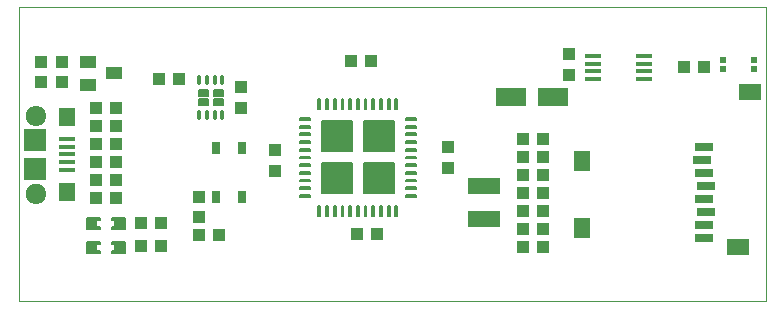
<source format=gtp>
G75*
%MOIN*%
%OFA0B0*%
%FSLAX25Y25*%
%IPPOS*%
%LPD*%
%AMOC8*
5,1,8,0,0,1.08239X$1,22.5*
%
%ADD10C,0.00100*%
%ADD11C,0.01600*%
%ADD12R,0.04331X0.03937*%
%ADD13R,0.03937X0.04331*%
%ADD14R,0.05512X0.03937*%
%ADD15C,0.00500*%
%ADD16R,0.05906X0.03150*%
%ADD17R,0.07480X0.05512*%
%ADD18R,0.05512X0.07087*%
%ADD19R,0.02559X0.04134*%
%ADD20R,0.09843X0.06299*%
%ADD21R,0.05315X0.01575*%
%ADD22C,0.01378*%
%ADD23C,0.00650*%
%ADD24R,0.05512X0.06299*%
%ADD25R,0.07480X0.07480*%
%ADD26C,0.03543*%
%ADD27C,0.00039*%
%ADD28R,0.02165X0.02165*%
%ADD29R,0.10630X0.05315*%
D10*
X0009000Y0020119D02*
X0009000Y0118119D01*
X0258000Y0118119D01*
X0258000Y0020119D01*
X0009000Y0020119D01*
D11*
X0014012Y0053667D02*
X0014500Y0053619D01*
X0014988Y0053667D01*
X0015457Y0053809D01*
X0015889Y0054040D01*
X0016268Y0054351D01*
X0016579Y0054730D01*
X0016810Y0055162D01*
X0016952Y0055631D01*
X0017000Y0056119D01*
X0016952Y0056606D01*
X0016810Y0057075D01*
X0016579Y0057508D01*
X0016268Y0057886D01*
X0015889Y0058197D01*
X0015457Y0058428D01*
X0014988Y0058571D01*
X0014500Y0058619D01*
X0014012Y0058571D01*
X0013543Y0058428D01*
X0013111Y0058197D01*
X0012732Y0057886D01*
X0012421Y0057508D01*
X0012190Y0057075D01*
X0012048Y0056606D01*
X0012000Y0056119D01*
X0012048Y0055631D01*
X0012190Y0055162D01*
X0012421Y0054730D01*
X0012732Y0054351D01*
X0013111Y0054040D01*
X0013543Y0053809D01*
X0014012Y0053667D01*
X0013944Y0053687D02*
X0015056Y0053687D01*
X0016847Y0055286D02*
X0012153Y0055286D01*
X0012132Y0056884D02*
X0016868Y0056884D01*
X0015277Y0058483D02*
X0013723Y0058483D01*
X0014500Y0079619D02*
X0014012Y0079667D01*
X0013543Y0079809D01*
X0013111Y0080040D01*
X0012732Y0080351D01*
X0012421Y0080730D01*
X0012190Y0081162D01*
X0012048Y0081631D01*
X0012000Y0082119D01*
X0012048Y0082606D01*
X0012190Y0083075D01*
X0012421Y0083508D01*
X0012732Y0083886D01*
X0013111Y0084197D01*
X0013543Y0084428D01*
X0014012Y0084571D01*
X0014500Y0084619D01*
X0014988Y0084571D01*
X0015457Y0084428D01*
X0015889Y0084197D01*
X0016268Y0083886D01*
X0016579Y0083508D01*
X0016810Y0083075D01*
X0016952Y0082606D01*
X0017000Y0082119D01*
X0016952Y0081631D01*
X0016810Y0081162D01*
X0016579Y0080730D01*
X0016268Y0080351D01*
X0015889Y0080040D01*
X0015457Y0079809D01*
X0014988Y0079667D01*
X0014500Y0079619D01*
X0012351Y0080862D02*
X0016649Y0080862D01*
X0016966Y0082461D02*
X0012034Y0082461D01*
X0012943Y0084059D02*
X0016057Y0084059D01*
D12*
X0034654Y0084619D03*
X0041346Y0084619D03*
X0041346Y0078619D03*
X0034654Y0078619D03*
X0034654Y0072619D03*
X0041346Y0072619D03*
X0041346Y0066619D03*
X0034654Y0066619D03*
X0034654Y0060619D03*
X0041346Y0060619D03*
X0041346Y0054619D03*
X0034654Y0054619D03*
X0049654Y0046119D03*
X0056346Y0046119D03*
X0069154Y0042119D03*
X0075846Y0042119D03*
X0056346Y0038619D03*
X0049654Y0038619D03*
X0121654Y0042619D03*
X0128346Y0042619D03*
X0177154Y0044119D03*
X0183846Y0044119D03*
X0183846Y0050119D03*
X0177154Y0050119D03*
X0177154Y0056119D03*
X0183846Y0056119D03*
X0183846Y0062119D03*
X0177154Y0062119D03*
X0177154Y0068119D03*
X0183846Y0068119D03*
X0183846Y0074119D03*
X0177154Y0074119D03*
X0230654Y0098119D03*
X0237346Y0098119D03*
X0126346Y0100119D03*
X0119654Y0100119D03*
X0062346Y0094119D03*
X0055654Y0094119D03*
X0177154Y0038119D03*
X0183846Y0038119D03*
D13*
X0152000Y0064772D03*
X0152000Y0071465D03*
X0192500Y0095772D03*
X0192500Y0102465D03*
X0094500Y0070465D03*
X0094500Y0063772D03*
X0069000Y0054965D03*
X0069000Y0048272D03*
X0083000Y0084772D03*
X0083000Y0091465D03*
X0023500Y0093272D03*
X0016500Y0093272D03*
X0016500Y0099965D03*
X0023500Y0099965D03*
D14*
X0032169Y0099859D03*
X0040831Y0096119D03*
X0032169Y0092379D03*
D15*
X0069000Y0090619D02*
X0069000Y0088619D01*
X0072000Y0088619D01*
X0072000Y0090619D01*
X0069000Y0090619D01*
X0069000Y0090409D02*
X0072000Y0090409D01*
X0072000Y0089910D02*
X0069000Y0089910D01*
X0069000Y0089412D02*
X0072000Y0089412D01*
X0072000Y0088913D02*
X0069000Y0088913D01*
X0069000Y0087619D02*
X0072000Y0087619D01*
X0072000Y0085619D01*
X0069000Y0085619D01*
X0069000Y0087619D01*
X0069000Y0087418D02*
X0072000Y0087418D01*
X0072000Y0086919D02*
X0069000Y0086919D01*
X0069000Y0086421D02*
X0072000Y0086421D01*
X0072000Y0085922D02*
X0069000Y0085922D01*
X0074000Y0085922D02*
X0077000Y0085922D01*
X0077000Y0085619D02*
X0077000Y0087619D01*
X0074000Y0087619D01*
X0074000Y0085619D01*
X0077000Y0085619D01*
X0077000Y0086421D02*
X0074000Y0086421D01*
X0074000Y0086919D02*
X0077000Y0086919D01*
X0077000Y0087418D02*
X0074000Y0087418D01*
X0074000Y0088619D02*
X0077000Y0088619D01*
X0077000Y0090619D01*
X0074000Y0090619D01*
X0074000Y0088619D01*
X0074000Y0088913D02*
X0077000Y0088913D01*
X0077000Y0089412D02*
X0074000Y0089412D01*
X0074000Y0089910D02*
X0077000Y0089910D01*
X0077000Y0090409D02*
X0074000Y0090409D01*
X0110000Y0080119D02*
X0110000Y0070119D01*
X0120000Y0070119D01*
X0120000Y0080119D01*
X0110000Y0080119D01*
X0110000Y0079940D02*
X0120000Y0079940D01*
X0120000Y0079442D02*
X0110000Y0079442D01*
X0110000Y0078943D02*
X0120000Y0078943D01*
X0120000Y0078445D02*
X0110000Y0078445D01*
X0110000Y0077946D02*
X0120000Y0077946D01*
X0120000Y0077447D02*
X0110000Y0077447D01*
X0110000Y0076949D02*
X0120000Y0076949D01*
X0120000Y0076450D02*
X0110000Y0076450D01*
X0110000Y0075952D02*
X0120000Y0075952D01*
X0120000Y0075453D02*
X0110000Y0075453D01*
X0110000Y0074955D02*
X0120000Y0074955D01*
X0120000Y0074456D02*
X0110000Y0074456D01*
X0110000Y0073958D02*
X0120000Y0073958D01*
X0120000Y0073459D02*
X0110000Y0073459D01*
X0110000Y0072961D02*
X0120000Y0072961D01*
X0120000Y0072462D02*
X0110000Y0072462D01*
X0110000Y0071964D02*
X0120000Y0071964D01*
X0120000Y0071465D02*
X0110000Y0071465D01*
X0110000Y0070967D02*
X0120000Y0070967D01*
X0120000Y0070468D02*
X0110000Y0070468D01*
X0110000Y0066119D02*
X0110000Y0056119D01*
X0120000Y0056119D01*
X0120000Y0066119D01*
X0110000Y0066119D01*
X0110000Y0065982D02*
X0120000Y0065982D01*
X0120000Y0065483D02*
X0110000Y0065483D01*
X0110000Y0064985D02*
X0120000Y0064985D01*
X0120000Y0064486D02*
X0110000Y0064486D01*
X0110000Y0063988D02*
X0120000Y0063988D01*
X0120000Y0063489D02*
X0110000Y0063489D01*
X0110000Y0062991D02*
X0120000Y0062991D01*
X0120000Y0062492D02*
X0110000Y0062492D01*
X0110000Y0061994D02*
X0120000Y0061994D01*
X0120000Y0061495D02*
X0110000Y0061495D01*
X0110000Y0060997D02*
X0120000Y0060997D01*
X0120000Y0060498D02*
X0110000Y0060498D01*
X0110000Y0060000D02*
X0120000Y0060000D01*
X0120000Y0059501D02*
X0110000Y0059501D01*
X0110000Y0059003D02*
X0120000Y0059003D01*
X0120000Y0058504D02*
X0110000Y0058504D01*
X0110000Y0058006D02*
X0120000Y0058006D01*
X0120000Y0057507D02*
X0110000Y0057507D01*
X0110000Y0057009D02*
X0120000Y0057009D01*
X0120000Y0056510D02*
X0110000Y0056510D01*
X0124000Y0056510D02*
X0134000Y0056510D01*
X0134000Y0056119D02*
X0134000Y0066119D01*
X0124000Y0066119D01*
X0124000Y0056119D01*
X0134000Y0056119D01*
X0134000Y0057009D02*
X0124000Y0057009D01*
X0124000Y0057507D02*
X0134000Y0057507D01*
X0134000Y0058006D02*
X0124000Y0058006D01*
X0124000Y0058504D02*
X0134000Y0058504D01*
X0134000Y0059003D02*
X0124000Y0059003D01*
X0124000Y0059501D02*
X0134000Y0059501D01*
X0134000Y0060000D02*
X0124000Y0060000D01*
X0124000Y0060498D02*
X0134000Y0060498D01*
X0134000Y0060997D02*
X0124000Y0060997D01*
X0124000Y0061495D02*
X0134000Y0061495D01*
X0134000Y0061994D02*
X0124000Y0061994D01*
X0124000Y0062492D02*
X0134000Y0062492D01*
X0134000Y0062991D02*
X0124000Y0062991D01*
X0124000Y0063489D02*
X0134000Y0063489D01*
X0134000Y0063988D02*
X0124000Y0063988D01*
X0124000Y0064486D02*
X0134000Y0064486D01*
X0134000Y0064985D02*
X0124000Y0064985D01*
X0124000Y0065483D02*
X0134000Y0065483D01*
X0134000Y0065982D02*
X0124000Y0065982D01*
X0124000Y0070119D02*
X0124000Y0080119D01*
X0134000Y0080119D01*
X0134000Y0070119D01*
X0124000Y0070119D01*
X0124000Y0070468D02*
X0134000Y0070468D01*
X0134000Y0070967D02*
X0124000Y0070967D01*
X0124000Y0071465D02*
X0134000Y0071465D01*
X0134000Y0071964D02*
X0124000Y0071964D01*
X0124000Y0072462D02*
X0134000Y0072462D01*
X0134000Y0072961D02*
X0124000Y0072961D01*
X0124000Y0073459D02*
X0134000Y0073459D01*
X0134000Y0073958D02*
X0124000Y0073958D01*
X0124000Y0074456D02*
X0134000Y0074456D01*
X0134000Y0074955D02*
X0124000Y0074955D01*
X0124000Y0075453D02*
X0134000Y0075453D01*
X0134000Y0075952D02*
X0124000Y0075952D01*
X0124000Y0076450D02*
X0134000Y0076450D01*
X0134000Y0076949D02*
X0124000Y0076949D01*
X0124000Y0077447D02*
X0134000Y0077447D01*
X0134000Y0077946D02*
X0124000Y0077946D01*
X0124000Y0078445D02*
X0134000Y0078445D01*
X0134000Y0078943D02*
X0124000Y0078943D01*
X0124000Y0079442D02*
X0134000Y0079442D01*
X0134000Y0079940D02*
X0124000Y0079940D01*
X0044299Y0048087D02*
X0044299Y0044150D01*
X0039969Y0044150D01*
X0039969Y0044938D01*
X0041150Y0044938D01*
X0041150Y0047300D01*
X0039969Y0047300D01*
X0039969Y0048087D01*
X0044299Y0048087D01*
X0044299Y0048035D02*
X0039969Y0048035D01*
X0039969Y0047537D02*
X0044299Y0047537D01*
X0044299Y0047038D02*
X0041150Y0047038D01*
X0041150Y0046540D02*
X0044299Y0046540D01*
X0044299Y0046041D02*
X0041150Y0046041D01*
X0041150Y0045543D02*
X0044299Y0045543D01*
X0044299Y0045044D02*
X0041150Y0045044D01*
X0039969Y0044546D02*
X0044299Y0044546D01*
X0036031Y0044546D02*
X0031701Y0044546D01*
X0031701Y0044150D02*
X0031701Y0048087D01*
X0036031Y0048087D01*
X0036031Y0047300D01*
X0034850Y0047300D01*
X0034850Y0044938D01*
X0036031Y0044938D01*
X0036031Y0044150D01*
X0031701Y0044150D01*
X0031701Y0045044D02*
X0034850Y0045044D01*
X0034850Y0045543D02*
X0031701Y0045543D01*
X0031701Y0046041D02*
X0034850Y0046041D01*
X0034850Y0046540D02*
X0031701Y0046540D01*
X0031701Y0047038D02*
X0034850Y0047038D01*
X0036031Y0047537D02*
X0031701Y0047537D01*
X0031701Y0048035D02*
X0036031Y0048035D01*
X0036031Y0040087D02*
X0031701Y0040087D01*
X0031701Y0036150D01*
X0036031Y0036150D01*
X0036031Y0036938D01*
X0034850Y0036938D01*
X0034850Y0039300D01*
X0036031Y0039300D01*
X0036031Y0040087D01*
X0036031Y0040059D02*
X0031701Y0040059D01*
X0031701Y0039561D02*
X0036031Y0039561D01*
X0034850Y0039062D02*
X0031701Y0039062D01*
X0031701Y0038564D02*
X0034850Y0038564D01*
X0034850Y0038065D02*
X0031701Y0038065D01*
X0031701Y0037567D02*
X0034850Y0037567D01*
X0034850Y0037068D02*
X0031701Y0037068D01*
X0031701Y0036570D02*
X0036031Y0036570D01*
X0039969Y0036570D02*
X0044299Y0036570D01*
X0044299Y0036150D02*
X0044299Y0040087D01*
X0039969Y0040087D01*
X0039969Y0039300D01*
X0041150Y0039300D01*
X0041150Y0036938D01*
X0039969Y0036938D01*
X0039969Y0036150D01*
X0044299Y0036150D01*
X0044299Y0037068D02*
X0041150Y0037068D01*
X0041150Y0037567D02*
X0044299Y0037567D01*
X0044299Y0038065D02*
X0041150Y0038065D01*
X0041150Y0038564D02*
X0044299Y0038564D01*
X0044299Y0039062D02*
X0041150Y0039062D01*
X0039969Y0039561D02*
X0044299Y0039561D01*
X0044299Y0040059D02*
X0039969Y0040059D01*
D16*
X0236619Y0067421D03*
X0237406Y0071752D03*
X0237406Y0063090D03*
X0238194Y0058759D03*
X0237406Y0054429D03*
X0238194Y0050098D03*
X0237406Y0045767D03*
X0237406Y0041437D03*
D17*
X0248627Y0038287D03*
X0252564Y0090059D03*
D18*
X0196855Y0067027D03*
X0196855Y0044586D03*
D19*
X0083232Y0054949D03*
X0074768Y0054949D03*
X0074768Y0071288D03*
X0083232Y0071288D03*
D20*
X0173110Y0088119D03*
X0186890Y0088119D03*
D21*
X0200535Y0094280D03*
X0200535Y0096839D03*
X0200535Y0099398D03*
X0200535Y0101957D03*
X0217465Y0101957D03*
X0217465Y0099398D03*
X0217465Y0096839D03*
X0217465Y0094280D03*
X0025000Y0074237D03*
X0025000Y0071678D03*
X0025000Y0069119D03*
X0025000Y0066560D03*
X0025000Y0064001D03*
D22*
X0069161Y0081328D02*
X0069161Y0083296D01*
X0071720Y0083296D02*
X0071720Y0081328D01*
X0074280Y0081328D02*
X0074280Y0083296D01*
X0076839Y0083296D02*
X0076839Y0081328D01*
X0076839Y0092942D02*
X0076839Y0094910D01*
X0074280Y0094910D02*
X0074280Y0092942D01*
X0071720Y0092942D02*
X0071720Y0094910D01*
X0069161Y0094910D02*
X0069161Y0092942D01*
D23*
X0105926Y0081238D02*
X0105926Y0080590D01*
X0102640Y0080590D01*
X0102640Y0081238D01*
X0105926Y0081238D01*
X0105926Y0078679D02*
X0105926Y0078031D01*
X0102640Y0078031D01*
X0102640Y0078679D01*
X0105926Y0078679D01*
X0105926Y0076120D02*
X0105926Y0075472D01*
X0102640Y0075472D01*
X0102640Y0076120D01*
X0105926Y0076120D01*
X0105926Y0073561D02*
X0105926Y0072913D01*
X0102640Y0072913D01*
X0102640Y0073561D01*
X0105926Y0073561D01*
X0105926Y0071002D02*
X0105926Y0070354D01*
X0102640Y0070354D01*
X0102640Y0071002D01*
X0105926Y0071002D01*
X0105926Y0068443D02*
X0105926Y0067795D01*
X0102640Y0067795D01*
X0102640Y0068443D01*
X0105926Y0068443D01*
X0105926Y0065884D02*
X0105926Y0065236D01*
X0102640Y0065236D01*
X0102640Y0065884D01*
X0105926Y0065884D01*
X0105926Y0063325D02*
X0105926Y0062677D01*
X0102640Y0062677D01*
X0102640Y0063325D01*
X0105926Y0063325D01*
X0105926Y0060766D02*
X0105926Y0060118D01*
X0102640Y0060118D01*
X0102640Y0060766D01*
X0105926Y0060766D01*
X0105926Y0058206D02*
X0105926Y0057558D01*
X0102640Y0057558D01*
X0102640Y0058206D01*
X0105926Y0058206D01*
X0105926Y0055647D02*
X0105926Y0054999D01*
X0102640Y0054999D01*
X0102640Y0055647D01*
X0105926Y0055647D01*
X0108881Y0048759D02*
X0109529Y0048759D01*
X0108881Y0048759D02*
X0108881Y0052045D01*
X0109529Y0052045D01*
X0109529Y0048759D01*
X0109529Y0049408D02*
X0108881Y0049408D01*
X0108881Y0050057D02*
X0109529Y0050057D01*
X0109529Y0050706D02*
X0108881Y0050706D01*
X0108881Y0051355D02*
X0109529Y0051355D01*
X0109529Y0052004D02*
X0108881Y0052004D01*
X0111440Y0048759D02*
X0112088Y0048759D01*
X0111440Y0048759D02*
X0111440Y0052045D01*
X0112088Y0052045D01*
X0112088Y0048759D01*
X0112088Y0049408D02*
X0111440Y0049408D01*
X0111440Y0050057D02*
X0112088Y0050057D01*
X0112088Y0050706D02*
X0111440Y0050706D01*
X0111440Y0051355D02*
X0112088Y0051355D01*
X0112088Y0052004D02*
X0111440Y0052004D01*
X0113999Y0048759D02*
X0114647Y0048759D01*
X0113999Y0048759D02*
X0113999Y0052045D01*
X0114647Y0052045D01*
X0114647Y0048759D01*
X0114647Y0049408D02*
X0113999Y0049408D01*
X0113999Y0050057D02*
X0114647Y0050057D01*
X0114647Y0050706D02*
X0113999Y0050706D01*
X0113999Y0051355D02*
X0114647Y0051355D01*
X0114647Y0052004D02*
X0113999Y0052004D01*
X0116558Y0048759D02*
X0117206Y0048759D01*
X0116558Y0048759D02*
X0116558Y0052045D01*
X0117206Y0052045D01*
X0117206Y0048759D01*
X0117206Y0049408D02*
X0116558Y0049408D01*
X0116558Y0050057D02*
X0117206Y0050057D01*
X0117206Y0050706D02*
X0116558Y0050706D01*
X0116558Y0051355D02*
X0117206Y0051355D01*
X0117206Y0052004D02*
X0116558Y0052004D01*
X0119117Y0048759D02*
X0119765Y0048759D01*
X0119117Y0048759D02*
X0119117Y0052045D01*
X0119765Y0052045D01*
X0119765Y0048759D01*
X0119765Y0049408D02*
X0119117Y0049408D01*
X0119117Y0050057D02*
X0119765Y0050057D01*
X0119765Y0050706D02*
X0119117Y0050706D01*
X0119117Y0051355D02*
X0119765Y0051355D01*
X0119765Y0052004D02*
X0119117Y0052004D01*
X0121676Y0048759D02*
X0122324Y0048759D01*
X0121676Y0048759D02*
X0121676Y0052045D01*
X0122324Y0052045D01*
X0122324Y0048759D01*
X0122324Y0049408D02*
X0121676Y0049408D01*
X0121676Y0050057D02*
X0122324Y0050057D01*
X0122324Y0050706D02*
X0121676Y0050706D01*
X0121676Y0051355D02*
X0122324Y0051355D01*
X0122324Y0052004D02*
X0121676Y0052004D01*
X0124235Y0048759D02*
X0124883Y0048759D01*
X0124235Y0048759D02*
X0124235Y0052045D01*
X0124883Y0052045D01*
X0124883Y0048759D01*
X0124883Y0049408D02*
X0124235Y0049408D01*
X0124235Y0050057D02*
X0124883Y0050057D01*
X0124883Y0050706D02*
X0124235Y0050706D01*
X0124235Y0051355D02*
X0124883Y0051355D01*
X0124883Y0052004D02*
X0124235Y0052004D01*
X0126794Y0048759D02*
X0127442Y0048759D01*
X0126794Y0048759D02*
X0126794Y0052045D01*
X0127442Y0052045D01*
X0127442Y0048759D01*
X0127442Y0049408D02*
X0126794Y0049408D01*
X0126794Y0050057D02*
X0127442Y0050057D01*
X0127442Y0050706D02*
X0126794Y0050706D01*
X0126794Y0051355D02*
X0127442Y0051355D01*
X0127442Y0052004D02*
X0126794Y0052004D01*
X0129353Y0048759D02*
X0130001Y0048759D01*
X0129353Y0048759D02*
X0129353Y0052045D01*
X0130001Y0052045D01*
X0130001Y0048759D01*
X0130001Y0049408D02*
X0129353Y0049408D01*
X0129353Y0050057D02*
X0130001Y0050057D01*
X0130001Y0050706D02*
X0129353Y0050706D01*
X0129353Y0051355D02*
X0130001Y0051355D01*
X0130001Y0052004D02*
X0129353Y0052004D01*
X0131912Y0048759D02*
X0132560Y0048759D01*
X0131912Y0048759D02*
X0131912Y0052045D01*
X0132560Y0052045D01*
X0132560Y0048759D01*
X0132560Y0049408D02*
X0131912Y0049408D01*
X0131912Y0050057D02*
X0132560Y0050057D01*
X0132560Y0050706D02*
X0131912Y0050706D01*
X0131912Y0051355D02*
X0132560Y0051355D01*
X0132560Y0052004D02*
X0131912Y0052004D01*
X0134471Y0048759D02*
X0135119Y0048759D01*
X0134471Y0048759D02*
X0134471Y0052045D01*
X0135119Y0052045D01*
X0135119Y0048759D01*
X0135119Y0049408D02*
X0134471Y0049408D01*
X0134471Y0050057D02*
X0135119Y0050057D01*
X0135119Y0050706D02*
X0134471Y0050706D01*
X0134471Y0051355D02*
X0135119Y0051355D01*
X0135119Y0052004D02*
X0134471Y0052004D01*
X0141360Y0054999D02*
X0141360Y0055647D01*
X0141360Y0054999D02*
X0138074Y0054999D01*
X0138074Y0055647D01*
X0141360Y0055647D01*
X0141360Y0057558D02*
X0141360Y0058206D01*
X0141360Y0057558D02*
X0138074Y0057558D01*
X0138074Y0058206D01*
X0141360Y0058206D01*
X0141360Y0060118D02*
X0141360Y0060766D01*
X0141360Y0060118D02*
X0138074Y0060118D01*
X0138074Y0060766D01*
X0141360Y0060766D01*
X0141360Y0062677D02*
X0141360Y0063325D01*
X0141360Y0062677D02*
X0138074Y0062677D01*
X0138074Y0063325D01*
X0141360Y0063325D01*
X0141360Y0065236D02*
X0141360Y0065884D01*
X0141360Y0065236D02*
X0138074Y0065236D01*
X0138074Y0065884D01*
X0141360Y0065884D01*
X0141360Y0067795D02*
X0141360Y0068443D01*
X0141360Y0067795D02*
X0138074Y0067795D01*
X0138074Y0068443D01*
X0141360Y0068443D01*
X0141360Y0070354D02*
X0141360Y0071002D01*
X0141360Y0070354D02*
X0138074Y0070354D01*
X0138074Y0071002D01*
X0141360Y0071002D01*
X0141360Y0072913D02*
X0141360Y0073561D01*
X0141360Y0072913D02*
X0138074Y0072913D01*
X0138074Y0073561D01*
X0141360Y0073561D01*
X0141360Y0075472D02*
X0141360Y0076120D01*
X0141360Y0075472D02*
X0138074Y0075472D01*
X0138074Y0076120D01*
X0141360Y0076120D01*
X0141360Y0078031D02*
X0141360Y0078679D01*
X0141360Y0078031D02*
X0138074Y0078031D01*
X0138074Y0078679D01*
X0141360Y0078679D01*
X0141360Y0080590D02*
X0141360Y0081238D01*
X0141360Y0080590D02*
X0138074Y0080590D01*
X0138074Y0081238D01*
X0141360Y0081238D01*
X0135119Y0084192D02*
X0134471Y0084192D01*
X0134471Y0087478D01*
X0135119Y0087478D01*
X0135119Y0084192D01*
X0135119Y0084841D02*
X0134471Y0084841D01*
X0134471Y0085490D02*
X0135119Y0085490D01*
X0135119Y0086139D02*
X0134471Y0086139D01*
X0134471Y0086788D02*
X0135119Y0086788D01*
X0135119Y0087437D02*
X0134471Y0087437D01*
X0132560Y0084192D02*
X0131912Y0084192D01*
X0131912Y0087478D01*
X0132560Y0087478D01*
X0132560Y0084192D01*
X0132560Y0084841D02*
X0131912Y0084841D01*
X0131912Y0085490D02*
X0132560Y0085490D01*
X0132560Y0086139D02*
X0131912Y0086139D01*
X0131912Y0086788D02*
X0132560Y0086788D01*
X0132560Y0087437D02*
X0131912Y0087437D01*
X0130001Y0084192D02*
X0129353Y0084192D01*
X0129353Y0087478D01*
X0130001Y0087478D01*
X0130001Y0084192D01*
X0130001Y0084841D02*
X0129353Y0084841D01*
X0129353Y0085490D02*
X0130001Y0085490D01*
X0130001Y0086139D02*
X0129353Y0086139D01*
X0129353Y0086788D02*
X0130001Y0086788D01*
X0130001Y0087437D02*
X0129353Y0087437D01*
X0127442Y0084192D02*
X0126794Y0084192D01*
X0126794Y0087478D01*
X0127442Y0087478D01*
X0127442Y0084192D01*
X0127442Y0084841D02*
X0126794Y0084841D01*
X0126794Y0085490D02*
X0127442Y0085490D01*
X0127442Y0086139D02*
X0126794Y0086139D01*
X0126794Y0086788D02*
X0127442Y0086788D01*
X0127442Y0087437D02*
X0126794Y0087437D01*
X0124883Y0084192D02*
X0124235Y0084192D01*
X0124235Y0087478D01*
X0124883Y0087478D01*
X0124883Y0084192D01*
X0124883Y0084841D02*
X0124235Y0084841D01*
X0124235Y0085490D02*
X0124883Y0085490D01*
X0124883Y0086139D02*
X0124235Y0086139D01*
X0124235Y0086788D02*
X0124883Y0086788D01*
X0124883Y0087437D02*
X0124235Y0087437D01*
X0122324Y0084192D02*
X0121676Y0084192D01*
X0121676Y0087478D01*
X0122324Y0087478D01*
X0122324Y0084192D01*
X0122324Y0084841D02*
X0121676Y0084841D01*
X0121676Y0085490D02*
X0122324Y0085490D01*
X0122324Y0086139D02*
X0121676Y0086139D01*
X0121676Y0086788D02*
X0122324Y0086788D01*
X0122324Y0087437D02*
X0121676Y0087437D01*
X0119765Y0084192D02*
X0119117Y0084192D01*
X0119117Y0087478D01*
X0119765Y0087478D01*
X0119765Y0084192D01*
X0119765Y0084841D02*
X0119117Y0084841D01*
X0119117Y0085490D02*
X0119765Y0085490D01*
X0119765Y0086139D02*
X0119117Y0086139D01*
X0119117Y0086788D02*
X0119765Y0086788D01*
X0119765Y0087437D02*
X0119117Y0087437D01*
X0117206Y0084192D02*
X0116558Y0084192D01*
X0116558Y0087478D01*
X0117206Y0087478D01*
X0117206Y0084192D01*
X0117206Y0084841D02*
X0116558Y0084841D01*
X0116558Y0085490D02*
X0117206Y0085490D01*
X0117206Y0086139D02*
X0116558Y0086139D01*
X0116558Y0086788D02*
X0117206Y0086788D01*
X0117206Y0087437D02*
X0116558Y0087437D01*
X0114647Y0084192D02*
X0113999Y0084192D01*
X0113999Y0087478D01*
X0114647Y0087478D01*
X0114647Y0084192D01*
X0114647Y0084841D02*
X0113999Y0084841D01*
X0113999Y0085490D02*
X0114647Y0085490D01*
X0114647Y0086139D02*
X0113999Y0086139D01*
X0113999Y0086788D02*
X0114647Y0086788D01*
X0114647Y0087437D02*
X0113999Y0087437D01*
X0112088Y0084192D02*
X0111440Y0084192D01*
X0111440Y0087478D01*
X0112088Y0087478D01*
X0112088Y0084192D01*
X0112088Y0084841D02*
X0111440Y0084841D01*
X0111440Y0085490D02*
X0112088Y0085490D01*
X0112088Y0086139D02*
X0111440Y0086139D01*
X0111440Y0086788D02*
X0112088Y0086788D01*
X0112088Y0087437D02*
X0111440Y0087437D01*
X0109529Y0084192D02*
X0108881Y0084192D01*
X0108881Y0087478D01*
X0109529Y0087478D01*
X0109529Y0084192D01*
X0109529Y0084841D02*
X0108881Y0084841D01*
X0108881Y0085490D02*
X0109529Y0085490D01*
X0109529Y0086139D02*
X0108881Y0086139D01*
X0108881Y0086788D02*
X0109529Y0086788D01*
X0109529Y0087437D02*
X0108881Y0087437D01*
D24*
X0025000Y0081717D03*
X0025000Y0056520D03*
D25*
X0014469Y0064394D03*
X0014469Y0073843D03*
D26*
X0015866Y0082111D02*
X0015866Y0082111D01*
X0013110Y0082111D01*
X0013110Y0082111D01*
X0015866Y0082111D01*
X0015866Y0056127D02*
X0015866Y0056127D01*
X0013110Y0056127D01*
X0013110Y0056127D01*
X0015866Y0056127D01*
D27*
X0016850Y0056127D02*
X0016848Y0056189D01*
X0016842Y0056250D01*
X0016833Y0056311D01*
X0016819Y0056372D01*
X0016802Y0056431D01*
X0016781Y0056489D01*
X0016756Y0056546D01*
X0016728Y0056601D01*
X0016697Y0056654D01*
X0016662Y0056705D01*
X0016624Y0056754D01*
X0016583Y0056801D01*
X0016540Y0056844D01*
X0016493Y0056885D01*
X0016444Y0056923D01*
X0016393Y0056958D01*
X0016340Y0056989D01*
X0016285Y0057017D01*
X0016228Y0057042D01*
X0016170Y0057063D01*
X0016111Y0057080D01*
X0016050Y0057094D01*
X0015989Y0057103D01*
X0015928Y0057109D01*
X0015866Y0057111D01*
X0013110Y0057111D01*
X0012126Y0056127D02*
X0012128Y0056065D01*
X0012134Y0056004D01*
X0012143Y0055943D01*
X0012157Y0055882D01*
X0012174Y0055823D01*
X0012195Y0055765D01*
X0012220Y0055708D01*
X0012248Y0055653D01*
X0012279Y0055600D01*
X0012314Y0055549D01*
X0012352Y0055500D01*
X0012393Y0055453D01*
X0012436Y0055410D01*
X0012483Y0055369D01*
X0012532Y0055331D01*
X0012583Y0055296D01*
X0012636Y0055265D01*
X0012691Y0055237D01*
X0012748Y0055212D01*
X0012806Y0055191D01*
X0012865Y0055174D01*
X0012926Y0055160D01*
X0012987Y0055151D01*
X0013048Y0055145D01*
X0013110Y0055143D01*
X0013110Y0055142D02*
X0015866Y0055142D01*
X0015866Y0055143D02*
X0015928Y0055145D01*
X0015989Y0055151D01*
X0016050Y0055160D01*
X0016111Y0055174D01*
X0016170Y0055191D01*
X0016228Y0055212D01*
X0016285Y0055237D01*
X0016340Y0055265D01*
X0016393Y0055296D01*
X0016444Y0055331D01*
X0016493Y0055369D01*
X0016540Y0055410D01*
X0016583Y0055453D01*
X0016624Y0055500D01*
X0016662Y0055549D01*
X0016697Y0055600D01*
X0016728Y0055653D01*
X0016756Y0055708D01*
X0016781Y0055765D01*
X0016802Y0055823D01*
X0016819Y0055882D01*
X0016833Y0055943D01*
X0016842Y0056004D01*
X0016848Y0056065D01*
X0016850Y0056127D01*
X0013110Y0057111D02*
X0013048Y0057109D01*
X0012987Y0057103D01*
X0012926Y0057094D01*
X0012865Y0057080D01*
X0012806Y0057063D01*
X0012748Y0057042D01*
X0012691Y0057017D01*
X0012636Y0056989D01*
X0012583Y0056958D01*
X0012532Y0056923D01*
X0012483Y0056885D01*
X0012436Y0056844D01*
X0012393Y0056801D01*
X0012352Y0056754D01*
X0012314Y0056705D01*
X0012279Y0056654D01*
X0012248Y0056601D01*
X0012220Y0056546D01*
X0012195Y0056489D01*
X0012174Y0056431D01*
X0012157Y0056372D01*
X0012143Y0056311D01*
X0012134Y0056250D01*
X0012128Y0056189D01*
X0012126Y0056127D01*
X0013110Y0081127D02*
X0015866Y0081127D01*
X0016850Y0082111D02*
X0016848Y0082173D01*
X0016842Y0082234D01*
X0016833Y0082295D01*
X0016819Y0082356D01*
X0016802Y0082415D01*
X0016781Y0082473D01*
X0016756Y0082530D01*
X0016728Y0082585D01*
X0016697Y0082638D01*
X0016662Y0082689D01*
X0016624Y0082738D01*
X0016583Y0082785D01*
X0016540Y0082828D01*
X0016493Y0082869D01*
X0016444Y0082907D01*
X0016393Y0082942D01*
X0016340Y0082973D01*
X0016285Y0083001D01*
X0016228Y0083026D01*
X0016170Y0083047D01*
X0016111Y0083064D01*
X0016050Y0083078D01*
X0015989Y0083087D01*
X0015928Y0083093D01*
X0015866Y0083095D01*
X0013110Y0083095D01*
X0012126Y0082111D02*
X0012128Y0082049D01*
X0012134Y0081988D01*
X0012143Y0081927D01*
X0012157Y0081866D01*
X0012174Y0081807D01*
X0012195Y0081749D01*
X0012220Y0081692D01*
X0012248Y0081637D01*
X0012279Y0081584D01*
X0012314Y0081533D01*
X0012352Y0081484D01*
X0012393Y0081437D01*
X0012436Y0081394D01*
X0012483Y0081353D01*
X0012532Y0081315D01*
X0012583Y0081280D01*
X0012636Y0081249D01*
X0012691Y0081221D01*
X0012748Y0081196D01*
X0012806Y0081175D01*
X0012865Y0081158D01*
X0012926Y0081144D01*
X0012987Y0081135D01*
X0013048Y0081129D01*
X0013110Y0081127D01*
X0012126Y0082111D02*
X0012128Y0082173D01*
X0012134Y0082234D01*
X0012143Y0082295D01*
X0012157Y0082356D01*
X0012174Y0082415D01*
X0012195Y0082473D01*
X0012220Y0082530D01*
X0012248Y0082585D01*
X0012279Y0082638D01*
X0012314Y0082689D01*
X0012352Y0082738D01*
X0012393Y0082785D01*
X0012436Y0082828D01*
X0012483Y0082869D01*
X0012532Y0082907D01*
X0012583Y0082942D01*
X0012636Y0082973D01*
X0012691Y0083001D01*
X0012748Y0083026D01*
X0012806Y0083047D01*
X0012865Y0083064D01*
X0012926Y0083078D01*
X0012987Y0083087D01*
X0013048Y0083093D01*
X0013110Y0083095D01*
X0015866Y0081127D02*
X0015928Y0081129D01*
X0015989Y0081135D01*
X0016050Y0081144D01*
X0016111Y0081158D01*
X0016170Y0081175D01*
X0016228Y0081196D01*
X0016285Y0081221D01*
X0016340Y0081249D01*
X0016393Y0081280D01*
X0016444Y0081315D01*
X0016493Y0081353D01*
X0016540Y0081394D01*
X0016583Y0081437D01*
X0016624Y0081484D01*
X0016662Y0081533D01*
X0016697Y0081584D01*
X0016728Y0081637D01*
X0016756Y0081692D01*
X0016781Y0081749D01*
X0016802Y0081807D01*
X0016819Y0081866D01*
X0016833Y0081927D01*
X0016842Y0081988D01*
X0016848Y0082049D01*
X0016850Y0082111D01*
D28*
X0243783Y0097642D03*
X0243783Y0100595D03*
X0254217Y0100595D03*
X0254217Y0097642D03*
D29*
X0164000Y0058532D03*
X0164000Y0047705D03*
M02*

</source>
